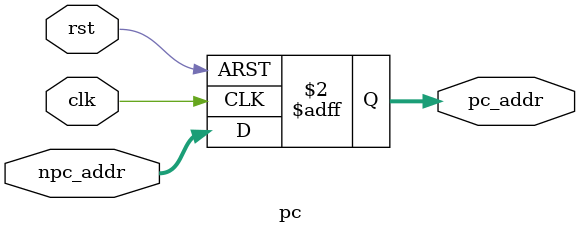
<source format=v>
`timescale 1ns / 1ps

/* Module: Program counter
 */

module pc(
           input wire       clk,
           input wire       rst,
           input wire[31:0] npc_addr,

           output reg[31:0] pc_addr
       );

always @(posedge rst or posedge clk) begin
    if (rst) begin
        pc_addr <= 32'h00000000;
    end
    else begin
        pc_addr <= npc_addr;
    end
end
endmodule

</source>
